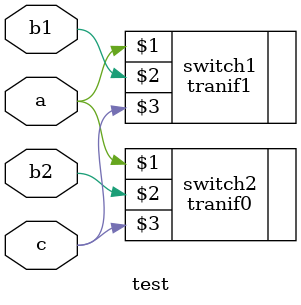
<source format=v>

module test(

	inout wire            a,
	inout wire            b1,
    inout wire            b2,
	input wire	   c
	
);
 
 
 tranif1 switch1 (a, b1, c);
 tranif0 switch2 (a, b2, c);
/*
 reg [4:0]count;
	initial clk_out = 3'b0;
    initial count = 3'b0;

	always @ (posedge clk or posedge rst) begin
        if(rst == 1'b1) begin
            clk_out = 3'b0;
            count = 3'b0;
        end else begin
		count = (count != 12) ? (count + 1) : 1;
        
        clk_out[0] = (count%2) ? clk_out[0] : ~clk_out[0];
        clk_out[1] = (count%3) ? clk_out[1] : ~clk_out[1];
        clk_out[2] = (count%4) ? clk_out[2] : ~clk_out[2];
        end
	end
*/
endmodule
</source>
